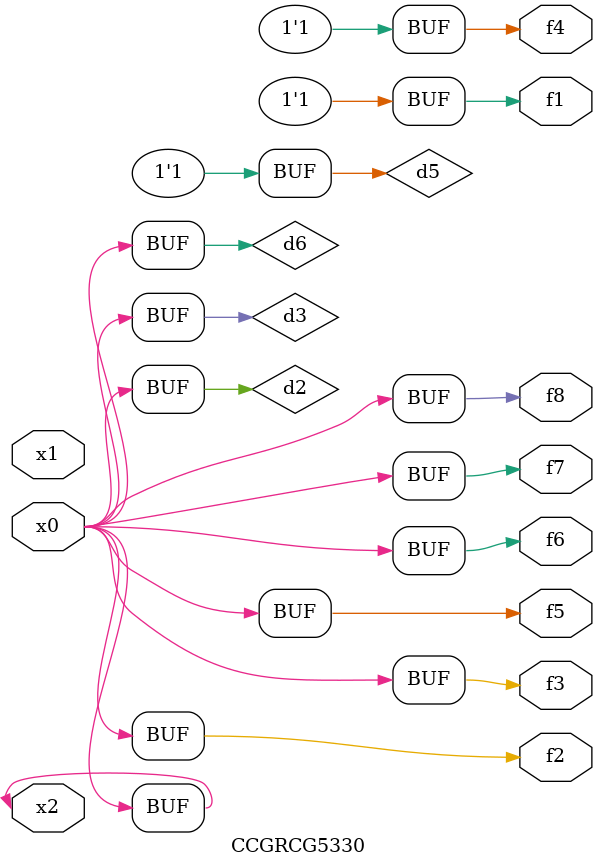
<source format=v>
module CCGRCG5330(
	input x0, x1, x2,
	output f1, f2, f3, f4, f5, f6, f7, f8
);

	wire d1, d2, d3, d4, d5, d6;

	xnor (d1, x2);
	buf (d2, x0, x2);
	and (d3, x0);
	xnor (d4, x1, x2);
	nand (d5, d1, d3);
	buf (d6, d2, d3);
	assign f1 = d5;
	assign f2 = d6;
	assign f3 = d6;
	assign f4 = d5;
	assign f5 = d6;
	assign f6 = d6;
	assign f7 = d6;
	assign f8 = d6;
endmodule

</source>
